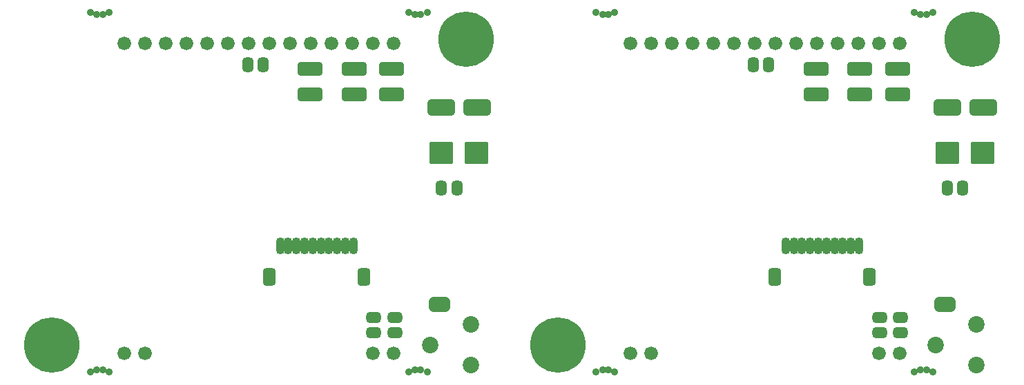
<source format=gts>
G04 #@! TF.GenerationSoftware,KiCad,Pcbnew,7.0.8*
G04 #@! TF.CreationDate,2023-12-11T19:30:21+01:00*
G04 #@! TF.ProjectId,dogs102,646f6773-3130-4322-9e6b-696361645f70,rev?*
G04 #@! TF.SameCoordinates,Original*
G04 #@! TF.FileFunction,Soldermask,Top*
G04 #@! TF.FilePolarity,Negative*
%FSLAX46Y46*%
G04 Gerber Fmt 4.6, Leading zero omitted, Abs format (unit mm)*
G04 Created by KiCad (PCBNEW 7.0.8) date 2023-12-11 19:30:21*
%MOMM*%
%LPD*%
G01*
G04 APERTURE LIST*
G04 Aperture macros list*
%AMRoundRect*
0 Rectangle with rounded corners*
0 $1 Rounding radius*
0 $2 $3 $4 $5 $6 $7 $8 $9 X,Y pos of 4 corners*
0 Add a 4 corners polygon primitive as box body*
4,1,4,$2,$3,$4,$5,$6,$7,$8,$9,$2,$3,0*
0 Add four circle primitives for the rounded corners*
1,1,$1+$1,$2,$3*
1,1,$1+$1,$4,$5*
1,1,$1+$1,$6,$7*
1,1,$1+$1,$8,$9*
0 Add four rect primitives between the rounded corners*
20,1,$1+$1,$2,$3,$4,$5,0*
20,1,$1+$1,$4,$5,$6,$7,0*
20,1,$1+$1,$6,$7,$8,$9,0*
20,1,$1+$1,$8,$9,$2,$3,0*%
%AMFreePoly0*
4,1,40,0.586777,0.930194,0.656366,0.874698,0.694986,0.794504,0.700000,0.750000,0.700000,-0.750000,0.680194,-0.836777,0.624698,-0.906366,0.544504,-0.944986,0.500000,-0.950000,0.000000,-0.950000,-0.022297,-0.944911,-0.071157,-0.944911,-0.127504,-0.936810,-0.264055,-0.896715,-0.315837,-0.873066,-0.435559,-0.796125,-0.478580,-0.758847,-0.571777,-0.651292,-0.602554,-0.603402,-0.661673,-0.473948,
-0.677710,-0.419330,-0.697964,-0.278464,-0.700000,-0.250000,-0.700000,0.250000,-0.697964,0.278464,-0.677710,0.419330,-0.661673,0.473948,-0.602554,0.603402,-0.571777,0.651292,-0.478580,0.758847,-0.435559,0.796125,-0.315837,0.873066,-0.264055,0.896715,-0.127504,0.936810,-0.071157,0.944911,-0.044660,0.944911,-0.044504,0.944986,0.000000,0.950000,0.500000,0.950000,0.586777,0.930194,
0.586777,0.930194,$1*%
%AMFreePoly1*
4,1,40,0.022297,0.944911,0.071157,0.944911,0.127504,0.936810,0.264055,0.896715,0.315837,0.873066,0.435559,0.796125,0.478580,0.758847,0.571777,0.651292,0.602554,0.603402,0.661673,0.473948,0.677710,0.419330,0.697964,0.278464,0.700000,0.250000,0.700000,-0.250000,0.697964,-0.278464,0.677710,-0.419330,0.661673,-0.473948,0.602554,-0.603402,0.571777,-0.651292,0.478580,-0.758847,
0.435559,-0.796125,0.315837,-0.873066,0.264055,-0.896715,0.127504,-0.936810,0.071157,-0.944911,0.044660,-0.944911,0.044504,-0.944986,0.000000,-0.950000,-0.500000,-0.950000,-0.586777,-0.930194,-0.656366,-0.874698,-0.694986,-0.794504,-0.700000,-0.750000,-0.700000,0.750000,-0.680194,0.836777,-0.624698,0.906366,-0.544504,0.944986,-0.500000,0.950000,0.000000,0.950000,0.022297,0.944911,
0.022297,0.944911,$1*%
G04 Aperture macros list end*
%ADD10RoundRect,0.450000X1.100000X-0.412500X1.100000X0.412500X-1.100000X0.412500X-1.100000X-0.412500X0*%
%ADD11C,1.200000*%
%ADD12C,6.800000*%
%ADD13RoundRect,0.443750X0.243750X0.456250X-0.243750X0.456250X-0.243750X-0.456250X0.243750X-0.456250X0*%
%ADD14RoundRect,0.450000X-1.250000X-0.550000X1.250000X-0.550000X1.250000X0.550000X-1.250000X0.550000X0*%
%ADD15RoundRect,0.443750X-0.243750X-0.456250X0.243750X-0.456250X0.243750X0.456250X-0.243750X0.456250X0*%
%ADD16RoundRect,0.200000X-1.250000X-1.150000X1.250000X-1.150000X1.250000X1.150000X-1.250000X1.150000X0*%
%ADD17RoundRect,0.443750X0.456250X-0.243750X0.456250X0.243750X-0.456250X0.243750X-0.456250X-0.243750X0*%
%ADD18C,1.680000*%
%ADD19FreePoly0,180.000000*%
%ADD20FreePoly1,180.000000*%
%ADD21C,2.020000*%
%ADD22C,0.900000*%
%ADD23RoundRect,0.350000X-0.150000X-0.625000X0.150000X-0.625000X0.150000X0.625000X-0.150000X0.625000X0*%
%ADD24RoundRect,0.450000X-0.350000X-0.650000X0.350000X-0.650000X0.350000X0.650000X-0.350000X0.650000X0*%
G04 APERTURE END LIST*
D10*
X158710000Y-92600000D03*
X158710000Y-89475000D03*
X163310000Y-92562500D03*
X163310000Y-89437500D03*
X153310000Y-92600000D03*
X153310000Y-89475000D03*
D11*
X119266000Y-123444000D03*
X119968944Y-121746944D03*
X119968944Y-125141056D03*
X121666000Y-121044000D03*
D12*
X121666000Y-123444000D03*
D11*
X121666000Y-125844000D03*
X123363056Y-121746944D03*
X123363056Y-125141056D03*
X124066000Y-123444000D03*
X170066000Y-85852000D03*
X170768944Y-84154944D03*
X170768944Y-87549056D03*
X172466000Y-83452000D03*
D12*
X172466000Y-85852000D03*
D11*
X172466000Y-88252000D03*
X174163056Y-84154944D03*
X174163056Y-87549056D03*
X174866000Y-85852000D03*
D13*
X147547500Y-89000000D03*
X145672500Y-89000000D03*
D14*
X169418000Y-94234000D03*
X173818000Y-94234000D03*
D15*
X169418000Y-104140000D03*
X171293000Y-104140000D03*
D16*
X169418000Y-99822000D03*
X173718000Y-99822000D03*
D17*
X161110000Y-121875000D03*
X161110000Y-120000000D03*
X163710000Y-121875000D03*
X163710000Y-120000000D03*
D18*
X130556000Y-124460000D03*
X133096000Y-124460000D03*
X161036000Y-124460000D03*
X163576000Y-124460000D03*
X163576000Y-86360000D03*
X161036000Y-86360000D03*
X158496000Y-86360000D03*
X155956000Y-86360000D03*
X153416000Y-86360000D03*
X150876000Y-86360000D03*
X148336000Y-86360000D03*
X145796000Y-86360000D03*
X143256000Y-86360000D03*
X140716000Y-86360000D03*
X138176000Y-86360000D03*
X135636000Y-86360000D03*
X133096000Y-86360000D03*
X130556000Y-86360000D03*
D19*
X169810000Y-118400000D03*
D20*
X168510000Y-118400000D03*
D21*
X173010000Y-120900000D03*
X168010000Y-123400000D03*
X173010000Y-125900000D03*
D22*
X188360000Y-82550000D03*
X189160000Y-82800000D03*
X189860000Y-82800000D03*
X190660000Y-82550000D03*
D23*
X211610000Y-111200000D03*
X212610000Y-111200000D03*
X213610000Y-111200000D03*
X214610000Y-111200000D03*
X215610000Y-111200000D03*
X216610000Y-111200000D03*
X217610000Y-111200000D03*
X218610000Y-111200000D03*
X219610000Y-111200000D03*
X220610000Y-111200000D03*
D24*
X210310000Y-115075000D03*
X221910000Y-115075000D03*
D22*
X167660000Y-126750000D03*
X166860000Y-126500000D03*
X166160000Y-126500000D03*
X165360000Y-126750000D03*
X128660000Y-126750000D03*
X127860000Y-126500000D03*
X127160000Y-126500000D03*
X126360000Y-126750000D03*
D17*
X223110000Y-121875000D03*
X223110000Y-120000000D03*
D18*
X192556000Y-124460000D03*
X195096000Y-124460000D03*
X223036000Y-124460000D03*
X225576000Y-124460000D03*
X225576000Y-86360000D03*
X223036000Y-86360000D03*
X220496000Y-86360000D03*
X217956000Y-86360000D03*
X215416000Y-86360000D03*
X212876000Y-86360000D03*
X210336000Y-86360000D03*
X207796000Y-86360000D03*
X205256000Y-86360000D03*
X202716000Y-86360000D03*
X200176000Y-86360000D03*
X197636000Y-86360000D03*
X195096000Y-86360000D03*
X192556000Y-86360000D03*
D16*
X231418000Y-99822000D03*
X235718000Y-99822000D03*
D22*
X126360000Y-82550000D03*
X127160000Y-82800000D03*
X127860000Y-82800000D03*
X128660000Y-82550000D03*
D10*
X225310000Y-92562500D03*
X225310000Y-89437500D03*
D13*
X209547500Y-89000000D03*
X207672500Y-89000000D03*
D22*
X190660000Y-126750000D03*
X189860000Y-126500000D03*
X189160000Y-126500000D03*
X188360000Y-126750000D03*
D15*
X231418000Y-104140000D03*
X233293000Y-104140000D03*
D14*
X231418000Y-94234000D03*
X235818000Y-94234000D03*
D23*
X149610000Y-111200000D03*
X150610000Y-111200000D03*
X151610000Y-111200000D03*
X152610000Y-111200000D03*
X153610000Y-111200000D03*
X154610000Y-111200000D03*
X155610000Y-111200000D03*
X156610000Y-111200000D03*
X157610000Y-111200000D03*
X158610000Y-111200000D03*
D24*
X148310000Y-115075000D03*
X159910000Y-115075000D03*
D10*
X215310000Y-92600000D03*
X215310000Y-89475000D03*
D22*
X165360000Y-82550000D03*
X166160000Y-82800000D03*
X166860000Y-82800000D03*
X167660000Y-82550000D03*
D10*
X220710000Y-92600000D03*
X220710000Y-89475000D03*
D11*
X232066000Y-85852000D03*
X232768944Y-84154944D03*
X232768944Y-87549056D03*
X234466000Y-83452000D03*
D12*
X234466000Y-85852000D03*
D11*
X234466000Y-88252000D03*
X236163056Y-84154944D03*
X236163056Y-87549056D03*
X236866000Y-85852000D03*
D21*
X235010000Y-120900000D03*
X230010000Y-123400000D03*
X235010000Y-125900000D03*
D17*
X225710000Y-121875000D03*
X225710000Y-120000000D03*
D19*
X231810000Y-118400000D03*
D20*
X230510000Y-118400000D03*
D11*
X181266000Y-123444000D03*
X181968944Y-121746944D03*
X181968944Y-125141056D03*
X183666000Y-121044000D03*
D12*
X183666000Y-123444000D03*
D11*
X183666000Y-125844000D03*
X185363056Y-121746944D03*
X185363056Y-125141056D03*
X186066000Y-123444000D03*
D22*
X229660000Y-126750000D03*
X228860000Y-126500000D03*
X228160000Y-126500000D03*
X227360000Y-126750000D03*
X227360000Y-82550000D03*
X228160000Y-82800000D03*
X228860000Y-82800000D03*
X229660000Y-82550000D03*
M02*

</source>
